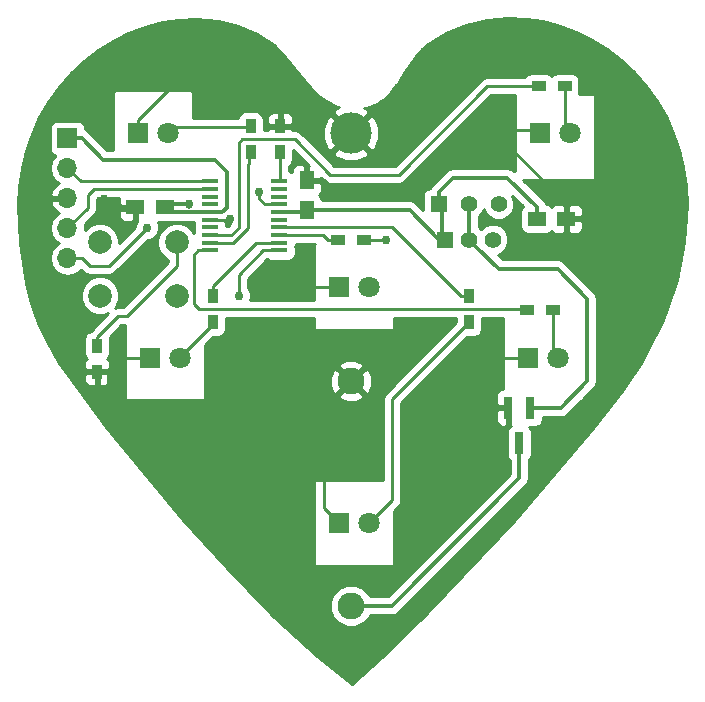
<source format=gbl>
G04 #@! TF.FileFunction,Copper,L2,Bot,Signal*
%FSLAX46Y46*%
G04 Gerber Fmt 4.6, Leading zero omitted, Abs format (unit mm)*
G04 Created by KiCad (PCBNEW 4.0.7-e2-6376~58~ubuntu16.04.1) date Sat Mar 24 16:20:03 2018*
%MOMM*%
%LPD*%
G01*
G04 APERTURE LIST*
%ADD10C,0.100000*%
%ADD11R,1.500000X1.250000*%
%ADD12R,1.250000X1.500000*%
%ADD13R,0.900000X1.200000*%
%ADD14R,1.200000X0.900000*%
%ADD15R,1.450000X0.450000*%
%ADD16C,2.286000*%
%ADD17R,1.800000X1.800000*%
%ADD18C,1.800000*%
%ADD19R,1.397000X1.397000*%
%ADD20C,1.397000*%
%ADD21C,2.000000*%
%ADD22R,0.800000X1.900000*%
%ADD23R,1.700000X1.700000*%
%ADD24O,1.700000X1.700000*%
%ADD25C,3.500000*%
%ADD26C,0.762000*%
%ADD27C,0.254000*%
%ADD28C,0.350000*%
G04 APERTURE END LIST*
D10*
D11*
X145750000Y-103250000D03*
X148250000Y-103250000D03*
X114250000Y-102250000D03*
X111750000Y-102250000D03*
D12*
X126250000Y-100000000D03*
X126250000Y-102500000D03*
D13*
X140000000Y-112000000D03*
X140000000Y-109800000D03*
D14*
X131100000Y-105000000D03*
X128900000Y-105000000D03*
D13*
X118300000Y-112000000D03*
X118300000Y-109800000D03*
D14*
X147100000Y-111000000D03*
X144900000Y-111000000D03*
D13*
X121500000Y-95400000D03*
X121500000Y-97600000D03*
D14*
X148100000Y-92000000D03*
X145900000Y-92000000D03*
D15*
X123950000Y-100075000D03*
X123950000Y-100725000D03*
X123950000Y-101375000D03*
X123950000Y-102025000D03*
X123950000Y-102675000D03*
X123950000Y-103325000D03*
X123950000Y-103975000D03*
X123950000Y-104625000D03*
X123950000Y-105275000D03*
X123950000Y-105925000D03*
X118050000Y-105925000D03*
X118050000Y-105275000D03*
X118050000Y-104625000D03*
X118050000Y-103975000D03*
X118050000Y-103325000D03*
X118050000Y-102675000D03*
X118050000Y-102025000D03*
X118050000Y-101375000D03*
X118050000Y-100725000D03*
X118050000Y-100075000D03*
D16*
X130000000Y-117000000D03*
X130000000Y-136000000D03*
D17*
X129000000Y-129000000D03*
D18*
X131540000Y-129000000D03*
D17*
X129000000Y-109000000D03*
D18*
X131540000Y-109000000D03*
D17*
X113000000Y-115000000D03*
D18*
X115540000Y-115000000D03*
D17*
X145000000Y-115000000D03*
D18*
X147540000Y-115000000D03*
D17*
X112000000Y-96000000D03*
D18*
X114540000Y-96000000D03*
D17*
X146000000Y-96000000D03*
D18*
X148540000Y-96000000D03*
D13*
X108500000Y-116200000D03*
X108500000Y-114000000D03*
D19*
X138000000Y-105000000D03*
D20*
X140000000Y-105000000D03*
X142000000Y-105000000D03*
D19*
X137420000Y-102000000D03*
D20*
X139960000Y-102000000D03*
X142500000Y-102000000D03*
D21*
X108750000Y-105250000D03*
X108750000Y-109750000D03*
X115250000Y-105250000D03*
X115250000Y-109750000D03*
D22*
X143300000Y-119250000D03*
X145200000Y-119250000D03*
X144250000Y-122250000D03*
D23*
X106000000Y-96420000D03*
D24*
X106000000Y-98960000D03*
X106000000Y-101500000D03*
X106000000Y-104040000D03*
X106000000Y-106580000D03*
D25*
X130000000Y-96000000D03*
D13*
X124000000Y-97600000D03*
X124000000Y-95400000D03*
D26*
X109066210Y-101588527D03*
X125000000Y-108000000D03*
X119750000Y-103250000D03*
X135000000Y-101000000D03*
X137000000Y-117000000D03*
X112750000Y-104000000D03*
X122250000Y-101000000D03*
X133000000Y-105000000D03*
X116250000Y-102000000D03*
X120500000Y-109750000D03*
D27*
X141050000Y-119250000D02*
X143300000Y-119250000D01*
X145096000Y-95750000D02*
X142550000Y-95750000D01*
X142550000Y-95750000D02*
X142500000Y-95800000D01*
X142500000Y-95800000D02*
X142500000Y-96250000D01*
X142500000Y-96250000D02*
X148250000Y-102000000D01*
X148250000Y-102000000D02*
X148250000Y-103250000D01*
X130000000Y-117000000D02*
X127750000Y-119250000D01*
X127750000Y-119250000D02*
X127750000Y-127750000D01*
X127750000Y-127750000D02*
X129000000Y-129000000D01*
X108500000Y-116200000D02*
X107700000Y-116200000D01*
X107700000Y-116200000D02*
X105750000Y-114250000D01*
X105750000Y-114250000D02*
X105750000Y-111500000D01*
X103460000Y-101540000D02*
X105960000Y-101540000D01*
X105750000Y-111500000D02*
X103000000Y-108750000D01*
X103000000Y-108750000D02*
X103000000Y-102000000D01*
X103000000Y-102000000D02*
X103460000Y-101540000D01*
X105960000Y-101540000D02*
X106000000Y-101500000D01*
X109447209Y-101969526D02*
X109066210Y-101588527D01*
X112250000Y-102500000D02*
X109977683Y-102500000D01*
X109977683Y-102500000D02*
X109447209Y-101969526D01*
X130000000Y-117000000D02*
X127700000Y-119300000D01*
X127700000Y-119300000D02*
X110800000Y-119300000D01*
X110800000Y-119300000D02*
X109400000Y-117900000D01*
X109400000Y-117900000D02*
X109400000Y-116200000D01*
X113000000Y-115000000D02*
X110600000Y-115000000D01*
X110600000Y-115000000D02*
X109400000Y-116200000D01*
X109400000Y-116200000D02*
X108500000Y-116200000D01*
X129000000Y-109000000D02*
X126000000Y-109000000D01*
X126000000Y-109000000D02*
X125000000Y-108000000D01*
X124000000Y-95150000D02*
X124000000Y-94000000D01*
X124000000Y-94000000D02*
X124500000Y-93500000D01*
X124500000Y-93500000D02*
X127500000Y-93500000D01*
X127500000Y-93500000D02*
X130000000Y-96000000D01*
X124000000Y-95150000D02*
X124000000Y-93500000D01*
X114846000Y-92000000D02*
X112000000Y-94846000D01*
X124000000Y-93500000D02*
X122500000Y-92000000D01*
X122500000Y-92000000D02*
X114846000Y-92000000D01*
X112000000Y-94846000D02*
X112000000Y-96000000D01*
X145096000Y-95750000D02*
X146250000Y-95750000D01*
X141050000Y-119250000D02*
X139250000Y-119250000D01*
X139250000Y-119250000D02*
X137000000Y-117000000D01*
X118050000Y-103325000D02*
X119675000Y-103325000D01*
X119675000Y-103325000D02*
X119750000Y-103250000D01*
X126250000Y-100000000D02*
X127750000Y-100000000D01*
X127750000Y-100000000D02*
X128750000Y-101000000D01*
X128750000Y-101000000D02*
X135000000Y-101000000D01*
X140250000Y-95750000D02*
X135000000Y-101000000D01*
X145096000Y-95750000D02*
X145096000Y-95750000D01*
X145096000Y-95750000D02*
X140250000Y-95750000D01*
X137000000Y-117000000D02*
X139000000Y-115000000D01*
X139000000Y-115000000D02*
X145000000Y-115000000D01*
X140000000Y-112000000D02*
X133500000Y-118500000D01*
X133500000Y-118500000D02*
X133500000Y-127040000D01*
X133500000Y-127040000D02*
X131540000Y-129000000D01*
X106000000Y-106580000D02*
X107202081Y-106580000D01*
X107202081Y-106580000D02*
X107872081Y-107250000D01*
X107872081Y-107250000D02*
X109500000Y-107250000D01*
X109500000Y-107250000D02*
X112369001Y-104380999D01*
X112369001Y-104380999D02*
X112750000Y-104000000D01*
X122250000Y-101000000D02*
X122250000Y-101538815D01*
X122250000Y-101538815D02*
X122736185Y-102025000D01*
X122736185Y-102025000D02*
X122971000Y-102025000D01*
X122971000Y-102025000D02*
X123950000Y-102025000D01*
X123925000Y-102000000D02*
X123950000Y-102025000D01*
X118050000Y-100725000D02*
X108275000Y-100725000D01*
X108275000Y-100725000D02*
X107750000Y-101250000D01*
X107750000Y-102290000D02*
X106000000Y-104040000D01*
X107750000Y-101250000D02*
X107750000Y-102290000D01*
X118050000Y-100075000D02*
X107115000Y-100075000D01*
X107115000Y-100075000D02*
X106000000Y-98960000D01*
X124000000Y-97850000D02*
X124000000Y-100025000D01*
X124000000Y-100025000D02*
X123950000Y-100075000D01*
X140000000Y-109800000D02*
X139296000Y-109800000D01*
X139296000Y-109800000D02*
X133471000Y-103975000D01*
X133471000Y-103975000D02*
X123950000Y-103975000D01*
X128900000Y-105000000D02*
X128046000Y-105000000D01*
X128046000Y-105000000D02*
X127671000Y-104625000D01*
X127671000Y-104625000D02*
X124929000Y-104625000D01*
X124929000Y-104625000D02*
X123950000Y-104625000D01*
X118300000Y-109800000D02*
X118300000Y-108946000D01*
X118300000Y-108946000D02*
X121971000Y-105275000D01*
X121971000Y-105275000D02*
X122971000Y-105275000D01*
X122971000Y-105275000D02*
X123950000Y-105275000D01*
X144900000Y-111000000D02*
X144800000Y-110900000D01*
X144800000Y-110900000D02*
X117100000Y-110900000D01*
X117100000Y-110900000D02*
X116700000Y-110500000D01*
X116700000Y-106300000D02*
X117075000Y-105925000D01*
X116700000Y-110500000D02*
X116700000Y-106300000D01*
X117075000Y-105925000D02*
X118050000Y-105925000D01*
X121400000Y-97700000D02*
X121400000Y-98554000D01*
X121400000Y-98554000D02*
X121250000Y-98704000D01*
X121250000Y-98704000D02*
X121250000Y-104000000D01*
X121250000Y-104000000D02*
X119975000Y-105275000D01*
X119975000Y-105275000D02*
X119029000Y-105275000D01*
X119029000Y-105275000D02*
X118050000Y-105275000D01*
X145900000Y-92000000D02*
X141546000Y-92000000D01*
X141546000Y-92000000D02*
X134046000Y-99500000D01*
X134046000Y-99500000D02*
X128250000Y-99500000D01*
X128250000Y-99500000D02*
X125250000Y-96500000D01*
X120800000Y-96500000D02*
X120500000Y-96800000D01*
X120500000Y-96800000D02*
X120500000Y-104000000D01*
X125250000Y-96500000D02*
X120800000Y-96500000D01*
X120500000Y-104000000D02*
X119875000Y-104625000D01*
X119875000Y-104625000D02*
X119029000Y-104625000D01*
X119029000Y-104625000D02*
X118050000Y-104625000D01*
X133000000Y-105000000D02*
X131100000Y-105000000D01*
X118300000Y-112000000D02*
X118300000Y-112150000D01*
X118300000Y-112150000D02*
X115540000Y-114910000D01*
X115540000Y-114910000D02*
X115540000Y-115000000D01*
X147100000Y-111000000D02*
X147100000Y-114560000D01*
X147100000Y-114560000D02*
X147540000Y-115000000D01*
X121400000Y-95500000D02*
X115040000Y-95500000D01*
X115040000Y-95500000D02*
X114540000Y-96000000D01*
X121400000Y-95350000D02*
X121400000Y-95500000D01*
X148100000Y-92000000D02*
X148100000Y-95560000D01*
X148100000Y-95560000D02*
X148540000Y-96000000D01*
D28*
X130000000Y-136000000D02*
X133475000Y-136000000D01*
X133475000Y-136000000D02*
X144250000Y-125225000D01*
X144250000Y-125225000D02*
X144250000Y-122250000D01*
X138000000Y-105000000D02*
X137750000Y-104750000D01*
X137750000Y-104750000D02*
X137750000Y-102330000D01*
X137750000Y-102330000D02*
X137420000Y-102000000D01*
X137420000Y-102000000D02*
X137420000Y-100951500D01*
X137420000Y-100951500D02*
X138621500Y-99750000D01*
X138621500Y-99750000D02*
X143250000Y-99750000D01*
X143250000Y-99750000D02*
X145750000Y-102250000D01*
X145750000Y-102250000D02*
X145750000Y-103250000D01*
X118050000Y-102675000D02*
X119125000Y-102675000D01*
X119125000Y-102675000D02*
X119500000Y-102300000D01*
X119500000Y-102300000D02*
X119500000Y-99250000D01*
X107200000Y-96420000D02*
X106000000Y-96420000D01*
X119500000Y-99250000D02*
X118500000Y-98250000D01*
X118500000Y-98250000D02*
X109030000Y-98250000D01*
X109030000Y-98250000D02*
X107200000Y-96420000D01*
X115000000Y-102000000D02*
X115711185Y-102000000D01*
X115711185Y-102000000D02*
X116250000Y-102000000D01*
X114750000Y-102250000D02*
X115000000Y-102000000D01*
X116250000Y-102250000D02*
X116250000Y-102000000D01*
X137460000Y-105000000D02*
X134960000Y-102500000D01*
X134750000Y-102500000D02*
X126250000Y-102500000D01*
X134960000Y-102500000D02*
X134750000Y-102500000D01*
X123950000Y-102675000D02*
X126075000Y-102675000D01*
X126075000Y-102675000D02*
X126250000Y-102500000D01*
X114750000Y-102500000D02*
X114925000Y-102675000D01*
X114925000Y-102675000D02*
X118050000Y-102675000D01*
X126400000Y-102250000D02*
X125975000Y-102675000D01*
D27*
X115250000Y-105250000D02*
X115250000Y-107250000D01*
X111000000Y-111500000D02*
X110250000Y-111500000D01*
X115250000Y-107250000D02*
X111000000Y-111500000D01*
X110250000Y-111500000D02*
X108500000Y-113250000D01*
X108500000Y-113250000D02*
X108500000Y-114000000D01*
X123950000Y-105925000D02*
X122575000Y-105925000D01*
X122575000Y-105925000D02*
X120500000Y-108000000D01*
X120500000Y-108000000D02*
X120500000Y-109750000D01*
D28*
X145200000Y-119250000D02*
X147750000Y-119250000D01*
X140000000Y-105000000D02*
X140000000Y-102040000D01*
X140000000Y-102040000D02*
X139960000Y-102000000D01*
X150000000Y-110000000D02*
X147500000Y-107500000D01*
X147750000Y-119250000D02*
X150000000Y-117000000D01*
X150000000Y-117000000D02*
X150000000Y-110000000D01*
X147500000Y-107500000D02*
X142500000Y-107500000D01*
X142500000Y-107500000D02*
X140698499Y-105698499D01*
X140698499Y-105698499D02*
X140000000Y-105000000D01*
D27*
G36*
X144814349Y-86311239D02*
X146278791Y-86538916D01*
X147708443Y-86913246D01*
X149093566Y-87430091D01*
X150424317Y-88085318D01*
X151690805Y-88874801D01*
X152883152Y-89794447D01*
X153991534Y-90840266D01*
X154995872Y-91995647D01*
X155879977Y-93239871D01*
X156639696Y-94562769D01*
X157270774Y-95954011D01*
X157768942Y-97403189D01*
X158129964Y-98899864D01*
X158349633Y-100433572D01*
X158423606Y-101990260D01*
X158235914Y-105192327D01*
X157603683Y-108452597D01*
X156418121Y-111850825D01*
X154565493Y-115462560D01*
X152962196Y-117808079D01*
X150480564Y-120989777D01*
X143772851Y-128807755D01*
X136233284Y-136823917D01*
X132710820Y-140258807D01*
X130054607Y-142611745D01*
X127086799Y-140284931D01*
X123383817Y-136846750D01*
X119557881Y-132902812D01*
X115805745Y-128737885D01*
X109267714Y-120845709D01*
X106075833Y-116485750D01*
X107415000Y-116485750D01*
X107415000Y-116926309D01*
X107511673Y-117159698D01*
X107690301Y-117338327D01*
X107923690Y-117435000D01*
X108214250Y-117435000D01*
X108373000Y-117276250D01*
X108373000Y-116327000D01*
X108627000Y-116327000D01*
X108627000Y-117276250D01*
X108785750Y-117435000D01*
X109076310Y-117435000D01*
X109309699Y-117338327D01*
X109488327Y-117159698D01*
X109585000Y-116926309D01*
X109585000Y-116485750D01*
X109426250Y-116327000D01*
X108627000Y-116327000D01*
X108373000Y-116327000D01*
X107573750Y-116327000D01*
X107415000Y-116485750D01*
X106075833Y-116485750D01*
X105296926Y-115421800D01*
X104324528Y-113727738D01*
X103544786Y-112032679D01*
X102940044Y-110344399D01*
X102492619Y-108675361D01*
X101972833Y-105334467D01*
X101835527Y-102077646D01*
X101909765Y-100515326D01*
X102129432Y-98981620D01*
X102134647Y-98960000D01*
X104485907Y-98960000D01*
X104598946Y-99528285D01*
X104920853Y-100010054D01*
X105261553Y-100237702D01*
X105118642Y-100304817D01*
X104728355Y-100733076D01*
X104558524Y-101143110D01*
X104679845Y-101373000D01*
X105873000Y-101373000D01*
X105873000Y-101353000D01*
X106127000Y-101353000D01*
X106127000Y-101373000D01*
X106147000Y-101373000D01*
X106147000Y-101627000D01*
X106127000Y-101627000D01*
X106127000Y-101647000D01*
X105873000Y-101647000D01*
X105873000Y-101627000D01*
X104679845Y-101627000D01*
X104558524Y-101856890D01*
X104728355Y-102266924D01*
X105118642Y-102695183D01*
X105261553Y-102762298D01*
X104920853Y-102989946D01*
X104598946Y-103471715D01*
X104485907Y-104040000D01*
X104598946Y-104608285D01*
X104920853Y-105090054D01*
X105250026Y-105310000D01*
X104920853Y-105529946D01*
X104598946Y-106011715D01*
X104485907Y-106580000D01*
X104598946Y-107148285D01*
X104920853Y-107630054D01*
X105402622Y-107951961D01*
X105970907Y-108065000D01*
X106029093Y-108065000D01*
X106597378Y-107951961D01*
X107079147Y-107630054D01*
X107117342Y-107572891D01*
X107333266Y-107788815D01*
X107580476Y-107953996D01*
X107872081Y-108012000D01*
X109500000Y-108012000D01*
X109791605Y-107953996D01*
X110038815Y-107788815D01*
X112811576Y-105016054D01*
X112951208Y-105016176D01*
X113324766Y-104861825D01*
X113610821Y-104576269D01*
X113765824Y-104202982D01*
X113766176Y-103798792D01*
X113651990Y-103522440D01*
X115000000Y-103522440D01*
X115198976Y-103485000D01*
X116737527Y-103485000D01*
X116728569Y-103498110D01*
X116713442Y-103572808D01*
X116690000Y-103596250D01*
X116690000Y-103676310D01*
X116691667Y-103680335D01*
X116677560Y-103750000D01*
X116677560Y-104200000D01*
X116697067Y-104303671D01*
X116677560Y-104400000D01*
X116677560Y-104423476D01*
X116636894Y-104325057D01*
X116177363Y-103864722D01*
X115576648Y-103615284D01*
X114926205Y-103614716D01*
X114325057Y-103863106D01*
X113864722Y-104322637D01*
X113615284Y-104923352D01*
X113614716Y-105573795D01*
X113863106Y-106174943D01*
X114322637Y-106635278D01*
X114488000Y-106703943D01*
X114488000Y-106934369D01*
X110684370Y-110738000D01*
X110250000Y-110738000D01*
X110030871Y-110781588D01*
X110135278Y-110677363D01*
X110384716Y-110076648D01*
X110385284Y-109426205D01*
X110136894Y-108825057D01*
X109677363Y-108364722D01*
X109076648Y-108115284D01*
X108426205Y-108114716D01*
X107825057Y-108363106D01*
X107364722Y-108822637D01*
X107115284Y-109423352D01*
X107114716Y-110073795D01*
X107363106Y-110674943D01*
X107822637Y-111135278D01*
X108423352Y-111384716D01*
X109073795Y-111385284D01*
X109437271Y-111235098D01*
X107961185Y-112711185D01*
X107916791Y-112777625D01*
X107814683Y-112796838D01*
X107598559Y-112935910D01*
X107453569Y-113148110D01*
X107402560Y-113400000D01*
X107402560Y-114600000D01*
X107446838Y-114835317D01*
X107585910Y-115051441D01*
X107654006Y-115097969D01*
X107511673Y-115240302D01*
X107415000Y-115473691D01*
X107415000Y-115914250D01*
X107573750Y-116073000D01*
X108373000Y-116073000D01*
X108373000Y-116053000D01*
X108627000Y-116053000D01*
X108627000Y-116073000D01*
X109426250Y-116073000D01*
X109585000Y-115914250D01*
X109585000Y-115473691D01*
X109488327Y-115240302D01*
X109347090Y-115099064D01*
X109401441Y-115064090D01*
X109546431Y-114851890D01*
X109597440Y-114600000D01*
X109597440Y-113400000D01*
X109570548Y-113257082D01*
X110565631Y-112262000D01*
X110873000Y-112262000D01*
X110873000Y-118500000D01*
X110881685Y-118546159D01*
X110908965Y-118588553D01*
X110950590Y-118616994D01*
X111000000Y-118627000D01*
X117500000Y-118627000D01*
X117546159Y-118618315D01*
X117588553Y-118591035D01*
X117616994Y-118549410D01*
X117627000Y-118500000D01*
X117627000Y-118255963D01*
X128923642Y-118255963D01*
X129039806Y-118537658D01*
X129701333Y-118788062D01*
X130408329Y-118766249D01*
X130960194Y-118537658D01*
X131076358Y-118255963D01*
X130000000Y-117179605D01*
X128923642Y-118255963D01*
X117627000Y-118255963D01*
X117627000Y-116701333D01*
X128211938Y-116701333D01*
X128233751Y-117408329D01*
X128462342Y-117960194D01*
X128744037Y-118076358D01*
X129820395Y-117000000D01*
X130179605Y-117000000D01*
X131255963Y-118076358D01*
X131537658Y-117960194D01*
X131788062Y-117298667D01*
X131766249Y-116591671D01*
X131537658Y-116039806D01*
X131255963Y-115923642D01*
X130179605Y-117000000D01*
X129820395Y-117000000D01*
X128744037Y-115923642D01*
X128462342Y-116039806D01*
X128211938Y-116701333D01*
X117627000Y-116701333D01*
X117627000Y-115744037D01*
X128923642Y-115744037D01*
X130000000Y-116820395D01*
X131076358Y-115744037D01*
X130960194Y-115462342D01*
X130298667Y-115211938D01*
X129591671Y-115233751D01*
X129039806Y-115462342D01*
X128923642Y-115744037D01*
X117627000Y-115744037D01*
X117627000Y-113900631D01*
X118280191Y-113247440D01*
X118750000Y-113247440D01*
X118985317Y-113203162D01*
X119201441Y-113064090D01*
X119346431Y-112851890D01*
X119397440Y-112600000D01*
X119397440Y-111662000D01*
X126873000Y-111662000D01*
X126873000Y-112500000D01*
X126881685Y-112546159D01*
X126908965Y-112588553D01*
X126950590Y-112616994D01*
X127000000Y-112627000D01*
X133500000Y-112627000D01*
X133546159Y-112618315D01*
X133588553Y-112591035D01*
X133616994Y-112549410D01*
X133627000Y-112500000D01*
X133627000Y-111662000D01*
X138902560Y-111662000D01*
X138902560Y-112019810D01*
X132961185Y-117961185D01*
X132796004Y-118208395D01*
X132738000Y-118500000D01*
X132738000Y-125373000D01*
X127000000Y-125373000D01*
X126953841Y-125381685D01*
X126911447Y-125408965D01*
X126883006Y-125450590D01*
X126873000Y-125500000D01*
X126873000Y-132500000D01*
X126881685Y-132546159D01*
X126908965Y-132588553D01*
X126950590Y-132616994D01*
X127000000Y-132627000D01*
X133500000Y-132627000D01*
X133546159Y-132618315D01*
X133588553Y-132591035D01*
X133616994Y-132549410D01*
X133627000Y-132500000D01*
X133627000Y-127990631D01*
X134038816Y-127578815D01*
X134203997Y-127331604D01*
X134262000Y-127040000D01*
X134262000Y-119535750D01*
X142265000Y-119535750D01*
X142265000Y-120326309D01*
X142361673Y-120559698D01*
X142540301Y-120738327D01*
X142773690Y-120835000D01*
X143014250Y-120835000D01*
X143173000Y-120676250D01*
X143173000Y-119377000D01*
X142423750Y-119377000D01*
X142265000Y-119535750D01*
X134262000Y-119535750D01*
X134262000Y-118815630D01*
X139830190Y-113247440D01*
X140450000Y-113247440D01*
X140685317Y-113203162D01*
X140901441Y-113064090D01*
X141046431Y-112851890D01*
X141097440Y-112600000D01*
X141097440Y-111662000D01*
X142873000Y-111662000D01*
X142873000Y-117665000D01*
X142773690Y-117665000D01*
X142540301Y-117761673D01*
X142361673Y-117940302D01*
X142265000Y-118173691D01*
X142265000Y-118964250D01*
X142423750Y-119123000D01*
X143173000Y-119123000D01*
X143173000Y-119103000D01*
X143427000Y-119103000D01*
X143427000Y-119123000D01*
X143447000Y-119123000D01*
X143447000Y-119377000D01*
X143427000Y-119377000D01*
X143427000Y-120676250D01*
X143513012Y-120762262D01*
X143398559Y-120835910D01*
X143253569Y-121048110D01*
X143202560Y-121300000D01*
X143202560Y-123200000D01*
X143246838Y-123435317D01*
X143385910Y-123651441D01*
X143440000Y-123688399D01*
X143440000Y-124889487D01*
X133139488Y-135190000D01*
X131589113Y-135190000D01*
X131508194Y-134994160D01*
X131008471Y-134493564D01*
X130355218Y-134222309D01*
X129647886Y-134221692D01*
X128994160Y-134491806D01*
X128493564Y-134991529D01*
X128222309Y-135644782D01*
X128221692Y-136352114D01*
X128491806Y-137005840D01*
X128991529Y-137506436D01*
X129644782Y-137777691D01*
X130352114Y-137778308D01*
X131005840Y-137508194D01*
X131506436Y-137008471D01*
X131588849Y-136810000D01*
X133475000Y-136810000D01*
X133784974Y-136748342D01*
X134047756Y-136572756D01*
X144822756Y-125797757D01*
X144910549Y-125666365D01*
X144998342Y-125534974D01*
X145060000Y-125225000D01*
X145060000Y-123690757D01*
X145101441Y-123664090D01*
X145246431Y-123451890D01*
X145297440Y-123200000D01*
X145297440Y-121300000D01*
X145253162Y-121064683D01*
X145114090Y-120848559D01*
X145112452Y-120847440D01*
X145600000Y-120847440D01*
X145835317Y-120803162D01*
X146051441Y-120664090D01*
X146196431Y-120451890D01*
X146247440Y-120200000D01*
X146247440Y-120060000D01*
X147750000Y-120060000D01*
X148059974Y-119998342D01*
X148322756Y-119822756D01*
X149487061Y-118658452D01*
X149500000Y-118658452D01*
X149546159Y-118649767D01*
X149588553Y-118622487D01*
X149616994Y-118580862D01*
X149627000Y-118531452D01*
X149627000Y-118518513D01*
X150572757Y-117572756D01*
X150748343Y-117309973D01*
X150810000Y-117000000D01*
X150810000Y-110000000D01*
X150748342Y-109690026D01*
X150652787Y-109547018D01*
X150572757Y-109427244D01*
X148072756Y-106927244D01*
X148072755Y-106927243D01*
X147809974Y-106751658D01*
X147500000Y-106690000D01*
X142835513Y-106690000D01*
X142416336Y-106270823D01*
X142754380Y-106131146D01*
X143129827Y-105756353D01*
X143333268Y-105266413D01*
X143333731Y-104735914D01*
X143131146Y-104245620D01*
X142756353Y-103870173D01*
X142266413Y-103666732D01*
X141735914Y-103666269D01*
X141245620Y-103868854D01*
X140999900Y-104114145D01*
X140810000Y-103923914D01*
X140810000Y-103035693D01*
X141089827Y-102756353D01*
X141230094Y-102418554D01*
X141368854Y-102754380D01*
X141743647Y-103129827D01*
X142233587Y-103333268D01*
X142764086Y-103333731D01*
X143254380Y-103131146D01*
X143629827Y-102756353D01*
X143833268Y-102266413D01*
X143833731Y-101735914D01*
X143653001Y-101298514D01*
X144535098Y-102180611D01*
X144403569Y-102373110D01*
X144352560Y-102625000D01*
X144352560Y-103875000D01*
X144396838Y-104110317D01*
X144535910Y-104326441D01*
X144748110Y-104471431D01*
X145000000Y-104522440D01*
X146500000Y-104522440D01*
X146735317Y-104478162D01*
X146951441Y-104339090D01*
X146997969Y-104270994D01*
X147140302Y-104413327D01*
X147373691Y-104510000D01*
X147964250Y-104510000D01*
X148123000Y-104351250D01*
X148123000Y-103377000D01*
X148377000Y-103377000D01*
X148377000Y-104351250D01*
X148535750Y-104510000D01*
X149126309Y-104510000D01*
X149359698Y-104413327D01*
X149538327Y-104234699D01*
X149635000Y-104001310D01*
X149635000Y-103535750D01*
X149476250Y-103377000D01*
X148377000Y-103377000D01*
X148123000Y-103377000D01*
X148103000Y-103377000D01*
X148103000Y-103123000D01*
X148123000Y-103123000D01*
X148123000Y-102148750D01*
X148377000Y-102148750D01*
X148377000Y-103123000D01*
X149476250Y-103123000D01*
X149635000Y-102964250D01*
X149635000Y-102498690D01*
X149538327Y-102265301D01*
X149359698Y-102086673D01*
X149126309Y-101990000D01*
X148535750Y-101990000D01*
X148377000Y-102148750D01*
X148123000Y-102148750D01*
X147964250Y-101990000D01*
X147373691Y-101990000D01*
X147140302Y-102086673D01*
X146999064Y-102227910D01*
X146964090Y-102173559D01*
X146751890Y-102028569D01*
X146506052Y-101978786D01*
X146498342Y-101940026D01*
X146397306Y-101788815D01*
X146322757Y-101677244D01*
X144578808Y-99933296D01*
X150500000Y-99933296D01*
X150546159Y-99924611D01*
X150588553Y-99897331D01*
X150616994Y-99855706D01*
X150627000Y-99806296D01*
X150627000Y-92806296D01*
X150618315Y-92760137D01*
X150591035Y-92717743D01*
X150549410Y-92689302D01*
X150500000Y-92679296D01*
X149301006Y-92679296D01*
X149347440Y-92450000D01*
X149347440Y-91550000D01*
X149303162Y-91314683D01*
X149164090Y-91098559D01*
X148951890Y-90953569D01*
X148700000Y-90902560D01*
X147500000Y-90902560D01*
X147264683Y-90946838D01*
X147048559Y-91085910D01*
X147000866Y-91155711D01*
X146964090Y-91098559D01*
X146751890Y-90953569D01*
X146500000Y-90902560D01*
X145300000Y-90902560D01*
X145064683Y-90946838D01*
X144848559Y-91085910D01*
X144744640Y-91238000D01*
X141546000Y-91238000D01*
X141254395Y-91296004D01*
X141187244Y-91340873D01*
X141007185Y-91461184D01*
X133730370Y-98738000D01*
X128565631Y-98738000D01*
X127522159Y-97694528D01*
X128485077Y-97694528D01*
X128675364Y-98039271D01*
X129556591Y-98390956D01*
X130505323Y-98378641D01*
X131324636Y-98039271D01*
X131514923Y-97694528D01*
X130000000Y-96179605D01*
X128485077Y-97694528D01*
X127522159Y-97694528D01*
X125788815Y-95961185D01*
X125624817Y-95851605D01*
X125541605Y-95796004D01*
X125250000Y-95738000D01*
X125085000Y-95738000D01*
X125085000Y-95685750D01*
X124955841Y-95556591D01*
X127609044Y-95556591D01*
X127621359Y-96505323D01*
X127960729Y-97324636D01*
X128305472Y-97514923D01*
X129820395Y-96000000D01*
X130179605Y-96000000D01*
X131694528Y-97514923D01*
X132039271Y-97324636D01*
X132390956Y-96443409D01*
X132378641Y-95494677D01*
X132039271Y-94675364D01*
X131694528Y-94485077D01*
X130179605Y-96000000D01*
X129820395Y-96000000D01*
X128305472Y-94485077D01*
X127960729Y-94675364D01*
X127609044Y-95556591D01*
X124955841Y-95556591D01*
X124926250Y-95527000D01*
X124127000Y-95527000D01*
X124127000Y-95547000D01*
X123873000Y-95547000D01*
X123873000Y-95527000D01*
X123073750Y-95527000D01*
X122915000Y-95685750D01*
X122915000Y-95738000D01*
X122597440Y-95738000D01*
X122597440Y-94800000D01*
X122573674Y-94673691D01*
X122915000Y-94673691D01*
X122915000Y-95114250D01*
X123073750Y-95273000D01*
X123873000Y-95273000D01*
X123873000Y-94323750D01*
X124127000Y-94323750D01*
X124127000Y-95273000D01*
X124926250Y-95273000D01*
X125085000Y-95114250D01*
X125085000Y-94673691D01*
X124988327Y-94440302D01*
X124809699Y-94261673D01*
X124576310Y-94165000D01*
X124285750Y-94165000D01*
X124127000Y-94323750D01*
X123873000Y-94323750D01*
X123714250Y-94165000D01*
X123423690Y-94165000D01*
X123190301Y-94261673D01*
X123011673Y-94440302D01*
X122915000Y-94673691D01*
X122573674Y-94673691D01*
X122553162Y-94564683D01*
X122414090Y-94348559D01*
X122201890Y-94203569D01*
X121950000Y-94152560D01*
X121050000Y-94152560D01*
X120814683Y-94196838D01*
X120598559Y-94335910D01*
X120453569Y-94548110D01*
X120415115Y-94738000D01*
X116627000Y-94738000D01*
X116627000Y-92500000D01*
X116618315Y-92453841D01*
X116591035Y-92411447D01*
X116549410Y-92383006D01*
X116500000Y-92373000D01*
X110000000Y-92373000D01*
X109953841Y-92381685D01*
X109911447Y-92408965D01*
X109883006Y-92450590D01*
X109873000Y-92500000D01*
X109873000Y-97440000D01*
X109365513Y-97440000D01*
X107772756Y-95847244D01*
X107696070Y-95796004D01*
X107509974Y-95671658D01*
X107497440Y-95669165D01*
X107497440Y-95570000D01*
X107453162Y-95334683D01*
X107314090Y-95118559D01*
X107101890Y-94973569D01*
X106850000Y-94922560D01*
X105150000Y-94922560D01*
X104914683Y-94966838D01*
X104698559Y-95105910D01*
X104553569Y-95318110D01*
X104502560Y-95570000D01*
X104502560Y-97270000D01*
X104546838Y-97505317D01*
X104685910Y-97721441D01*
X104898110Y-97866431D01*
X104965541Y-97880086D01*
X104920853Y-97909946D01*
X104598946Y-98391715D01*
X104485907Y-98960000D01*
X102134647Y-98960000D01*
X102490455Y-97484945D01*
X102988631Y-96035756D01*
X103619717Y-94644504D01*
X104379442Y-93321609D01*
X105263542Y-92077397D01*
X106267898Y-90922004D01*
X107376292Y-89876176D01*
X108568631Y-88956536D01*
X109835124Y-88167053D01*
X111165870Y-87511831D01*
X112551006Y-86994985D01*
X113980662Y-86620660D01*
X115445098Y-86392991D01*
X116923354Y-86316744D01*
X118757090Y-86472848D01*
X120472977Y-86916553D01*
X122073854Y-87621862D01*
X123517583Y-88542807D01*
X124456488Y-89543827D01*
X125639017Y-90969632D01*
X126381561Y-91935980D01*
X126404773Y-91956308D01*
X126420846Y-91982648D01*
X127247675Y-92880469D01*
X127339648Y-92947554D01*
X127427504Y-93019935D01*
X128785098Y-93748895D01*
X128909291Y-93786826D01*
X129014487Y-93820260D01*
X128675364Y-93960729D01*
X128485077Y-94305472D01*
X130000000Y-95820395D01*
X131514923Y-94305472D01*
X131324636Y-93960729D01*
X131108023Y-93874282D01*
X131288935Y-93861293D01*
X131392471Y-93832859D01*
X131497911Y-93812595D01*
X132200115Y-93527048D01*
X132259862Y-93487684D01*
X132325815Y-93459934D01*
X132995512Y-93007040D01*
X133075113Y-92926547D01*
X133159453Y-92851046D01*
X133851734Y-91929526D01*
X133865794Y-91900265D01*
X133887849Y-91876443D01*
X134487357Y-90899788D01*
X135479890Y-89498042D01*
X135985717Y-88891899D01*
X136553923Y-88407674D01*
X138084994Y-87512278D01*
X139736126Y-86826004D01*
X141483922Y-86390002D01*
X143335788Y-86234967D01*
X144814349Y-86311239D01*
X144814349Y-86311239D01*
G37*
X144814349Y-86311239D02*
X146278791Y-86538916D01*
X147708443Y-86913246D01*
X149093566Y-87430091D01*
X150424317Y-88085318D01*
X151690805Y-88874801D01*
X152883152Y-89794447D01*
X153991534Y-90840266D01*
X154995872Y-91995647D01*
X155879977Y-93239871D01*
X156639696Y-94562769D01*
X157270774Y-95954011D01*
X157768942Y-97403189D01*
X158129964Y-98899864D01*
X158349633Y-100433572D01*
X158423606Y-101990260D01*
X158235914Y-105192327D01*
X157603683Y-108452597D01*
X156418121Y-111850825D01*
X154565493Y-115462560D01*
X152962196Y-117808079D01*
X150480564Y-120989777D01*
X143772851Y-128807755D01*
X136233284Y-136823917D01*
X132710820Y-140258807D01*
X130054607Y-142611745D01*
X127086799Y-140284931D01*
X123383817Y-136846750D01*
X119557881Y-132902812D01*
X115805745Y-128737885D01*
X109267714Y-120845709D01*
X106075833Y-116485750D01*
X107415000Y-116485750D01*
X107415000Y-116926309D01*
X107511673Y-117159698D01*
X107690301Y-117338327D01*
X107923690Y-117435000D01*
X108214250Y-117435000D01*
X108373000Y-117276250D01*
X108373000Y-116327000D01*
X108627000Y-116327000D01*
X108627000Y-117276250D01*
X108785750Y-117435000D01*
X109076310Y-117435000D01*
X109309699Y-117338327D01*
X109488327Y-117159698D01*
X109585000Y-116926309D01*
X109585000Y-116485750D01*
X109426250Y-116327000D01*
X108627000Y-116327000D01*
X108373000Y-116327000D01*
X107573750Y-116327000D01*
X107415000Y-116485750D01*
X106075833Y-116485750D01*
X105296926Y-115421800D01*
X104324528Y-113727738D01*
X103544786Y-112032679D01*
X102940044Y-110344399D01*
X102492619Y-108675361D01*
X101972833Y-105334467D01*
X101835527Y-102077646D01*
X101909765Y-100515326D01*
X102129432Y-98981620D01*
X102134647Y-98960000D01*
X104485907Y-98960000D01*
X104598946Y-99528285D01*
X104920853Y-100010054D01*
X105261553Y-100237702D01*
X105118642Y-100304817D01*
X104728355Y-100733076D01*
X104558524Y-101143110D01*
X104679845Y-101373000D01*
X105873000Y-101373000D01*
X105873000Y-101353000D01*
X106127000Y-101353000D01*
X106127000Y-101373000D01*
X106147000Y-101373000D01*
X106147000Y-101627000D01*
X106127000Y-101627000D01*
X106127000Y-101647000D01*
X105873000Y-101647000D01*
X105873000Y-101627000D01*
X104679845Y-101627000D01*
X104558524Y-101856890D01*
X104728355Y-102266924D01*
X105118642Y-102695183D01*
X105261553Y-102762298D01*
X104920853Y-102989946D01*
X104598946Y-103471715D01*
X104485907Y-104040000D01*
X104598946Y-104608285D01*
X104920853Y-105090054D01*
X105250026Y-105310000D01*
X104920853Y-105529946D01*
X104598946Y-106011715D01*
X104485907Y-106580000D01*
X104598946Y-107148285D01*
X104920853Y-107630054D01*
X105402622Y-107951961D01*
X105970907Y-108065000D01*
X106029093Y-108065000D01*
X106597378Y-107951961D01*
X107079147Y-107630054D01*
X107117342Y-107572891D01*
X107333266Y-107788815D01*
X107580476Y-107953996D01*
X107872081Y-108012000D01*
X109500000Y-108012000D01*
X109791605Y-107953996D01*
X110038815Y-107788815D01*
X112811576Y-105016054D01*
X112951208Y-105016176D01*
X113324766Y-104861825D01*
X113610821Y-104576269D01*
X113765824Y-104202982D01*
X113766176Y-103798792D01*
X113651990Y-103522440D01*
X115000000Y-103522440D01*
X115198976Y-103485000D01*
X116737527Y-103485000D01*
X116728569Y-103498110D01*
X116713442Y-103572808D01*
X116690000Y-103596250D01*
X116690000Y-103676310D01*
X116691667Y-103680335D01*
X116677560Y-103750000D01*
X116677560Y-104200000D01*
X116697067Y-104303671D01*
X116677560Y-104400000D01*
X116677560Y-104423476D01*
X116636894Y-104325057D01*
X116177363Y-103864722D01*
X115576648Y-103615284D01*
X114926205Y-103614716D01*
X114325057Y-103863106D01*
X113864722Y-104322637D01*
X113615284Y-104923352D01*
X113614716Y-105573795D01*
X113863106Y-106174943D01*
X114322637Y-106635278D01*
X114488000Y-106703943D01*
X114488000Y-106934369D01*
X110684370Y-110738000D01*
X110250000Y-110738000D01*
X110030871Y-110781588D01*
X110135278Y-110677363D01*
X110384716Y-110076648D01*
X110385284Y-109426205D01*
X110136894Y-108825057D01*
X109677363Y-108364722D01*
X109076648Y-108115284D01*
X108426205Y-108114716D01*
X107825057Y-108363106D01*
X107364722Y-108822637D01*
X107115284Y-109423352D01*
X107114716Y-110073795D01*
X107363106Y-110674943D01*
X107822637Y-111135278D01*
X108423352Y-111384716D01*
X109073795Y-111385284D01*
X109437271Y-111235098D01*
X107961185Y-112711185D01*
X107916791Y-112777625D01*
X107814683Y-112796838D01*
X107598559Y-112935910D01*
X107453569Y-113148110D01*
X107402560Y-113400000D01*
X107402560Y-114600000D01*
X107446838Y-114835317D01*
X107585910Y-115051441D01*
X107654006Y-115097969D01*
X107511673Y-115240302D01*
X107415000Y-115473691D01*
X107415000Y-115914250D01*
X107573750Y-116073000D01*
X108373000Y-116073000D01*
X108373000Y-116053000D01*
X108627000Y-116053000D01*
X108627000Y-116073000D01*
X109426250Y-116073000D01*
X109585000Y-115914250D01*
X109585000Y-115473691D01*
X109488327Y-115240302D01*
X109347090Y-115099064D01*
X109401441Y-115064090D01*
X109546431Y-114851890D01*
X109597440Y-114600000D01*
X109597440Y-113400000D01*
X109570548Y-113257082D01*
X110565631Y-112262000D01*
X110873000Y-112262000D01*
X110873000Y-118500000D01*
X110881685Y-118546159D01*
X110908965Y-118588553D01*
X110950590Y-118616994D01*
X111000000Y-118627000D01*
X117500000Y-118627000D01*
X117546159Y-118618315D01*
X117588553Y-118591035D01*
X117616994Y-118549410D01*
X117627000Y-118500000D01*
X117627000Y-118255963D01*
X128923642Y-118255963D01*
X129039806Y-118537658D01*
X129701333Y-118788062D01*
X130408329Y-118766249D01*
X130960194Y-118537658D01*
X131076358Y-118255963D01*
X130000000Y-117179605D01*
X128923642Y-118255963D01*
X117627000Y-118255963D01*
X117627000Y-116701333D01*
X128211938Y-116701333D01*
X128233751Y-117408329D01*
X128462342Y-117960194D01*
X128744037Y-118076358D01*
X129820395Y-117000000D01*
X130179605Y-117000000D01*
X131255963Y-118076358D01*
X131537658Y-117960194D01*
X131788062Y-117298667D01*
X131766249Y-116591671D01*
X131537658Y-116039806D01*
X131255963Y-115923642D01*
X130179605Y-117000000D01*
X129820395Y-117000000D01*
X128744037Y-115923642D01*
X128462342Y-116039806D01*
X128211938Y-116701333D01*
X117627000Y-116701333D01*
X117627000Y-115744037D01*
X128923642Y-115744037D01*
X130000000Y-116820395D01*
X131076358Y-115744037D01*
X130960194Y-115462342D01*
X130298667Y-115211938D01*
X129591671Y-115233751D01*
X129039806Y-115462342D01*
X128923642Y-115744037D01*
X117627000Y-115744037D01*
X117627000Y-113900631D01*
X118280191Y-113247440D01*
X118750000Y-113247440D01*
X118985317Y-113203162D01*
X119201441Y-113064090D01*
X119346431Y-112851890D01*
X119397440Y-112600000D01*
X119397440Y-111662000D01*
X126873000Y-111662000D01*
X126873000Y-112500000D01*
X126881685Y-112546159D01*
X126908965Y-112588553D01*
X126950590Y-112616994D01*
X127000000Y-112627000D01*
X133500000Y-112627000D01*
X133546159Y-112618315D01*
X133588553Y-112591035D01*
X133616994Y-112549410D01*
X133627000Y-112500000D01*
X133627000Y-111662000D01*
X138902560Y-111662000D01*
X138902560Y-112019810D01*
X132961185Y-117961185D01*
X132796004Y-118208395D01*
X132738000Y-118500000D01*
X132738000Y-125373000D01*
X127000000Y-125373000D01*
X126953841Y-125381685D01*
X126911447Y-125408965D01*
X126883006Y-125450590D01*
X126873000Y-125500000D01*
X126873000Y-132500000D01*
X126881685Y-132546159D01*
X126908965Y-132588553D01*
X126950590Y-132616994D01*
X127000000Y-132627000D01*
X133500000Y-132627000D01*
X133546159Y-132618315D01*
X133588553Y-132591035D01*
X133616994Y-132549410D01*
X133627000Y-132500000D01*
X133627000Y-127990631D01*
X134038816Y-127578815D01*
X134203997Y-127331604D01*
X134262000Y-127040000D01*
X134262000Y-119535750D01*
X142265000Y-119535750D01*
X142265000Y-120326309D01*
X142361673Y-120559698D01*
X142540301Y-120738327D01*
X142773690Y-120835000D01*
X143014250Y-120835000D01*
X143173000Y-120676250D01*
X143173000Y-119377000D01*
X142423750Y-119377000D01*
X142265000Y-119535750D01*
X134262000Y-119535750D01*
X134262000Y-118815630D01*
X139830190Y-113247440D01*
X140450000Y-113247440D01*
X140685317Y-113203162D01*
X140901441Y-113064090D01*
X141046431Y-112851890D01*
X141097440Y-112600000D01*
X141097440Y-111662000D01*
X142873000Y-111662000D01*
X142873000Y-117665000D01*
X142773690Y-117665000D01*
X142540301Y-117761673D01*
X142361673Y-117940302D01*
X142265000Y-118173691D01*
X142265000Y-118964250D01*
X142423750Y-119123000D01*
X143173000Y-119123000D01*
X143173000Y-119103000D01*
X143427000Y-119103000D01*
X143427000Y-119123000D01*
X143447000Y-119123000D01*
X143447000Y-119377000D01*
X143427000Y-119377000D01*
X143427000Y-120676250D01*
X143513012Y-120762262D01*
X143398559Y-120835910D01*
X143253569Y-121048110D01*
X143202560Y-121300000D01*
X143202560Y-123200000D01*
X143246838Y-123435317D01*
X143385910Y-123651441D01*
X143440000Y-123688399D01*
X143440000Y-124889487D01*
X133139488Y-135190000D01*
X131589113Y-135190000D01*
X131508194Y-134994160D01*
X131008471Y-134493564D01*
X130355218Y-134222309D01*
X129647886Y-134221692D01*
X128994160Y-134491806D01*
X128493564Y-134991529D01*
X128222309Y-135644782D01*
X128221692Y-136352114D01*
X128491806Y-137005840D01*
X128991529Y-137506436D01*
X129644782Y-137777691D01*
X130352114Y-137778308D01*
X131005840Y-137508194D01*
X131506436Y-137008471D01*
X131588849Y-136810000D01*
X133475000Y-136810000D01*
X133784974Y-136748342D01*
X134047756Y-136572756D01*
X144822756Y-125797757D01*
X144910549Y-125666365D01*
X144998342Y-125534974D01*
X145060000Y-125225000D01*
X145060000Y-123690757D01*
X145101441Y-123664090D01*
X145246431Y-123451890D01*
X145297440Y-123200000D01*
X145297440Y-121300000D01*
X145253162Y-121064683D01*
X145114090Y-120848559D01*
X145112452Y-120847440D01*
X145600000Y-120847440D01*
X145835317Y-120803162D01*
X146051441Y-120664090D01*
X146196431Y-120451890D01*
X146247440Y-120200000D01*
X146247440Y-120060000D01*
X147750000Y-120060000D01*
X148059974Y-119998342D01*
X148322756Y-119822756D01*
X149487061Y-118658452D01*
X149500000Y-118658452D01*
X149546159Y-118649767D01*
X149588553Y-118622487D01*
X149616994Y-118580862D01*
X149627000Y-118531452D01*
X149627000Y-118518513D01*
X150572757Y-117572756D01*
X150748343Y-117309973D01*
X150810000Y-117000000D01*
X150810000Y-110000000D01*
X150748342Y-109690026D01*
X150652787Y-109547018D01*
X150572757Y-109427244D01*
X148072756Y-106927244D01*
X148072755Y-106927243D01*
X147809974Y-106751658D01*
X147500000Y-106690000D01*
X142835513Y-106690000D01*
X142416336Y-106270823D01*
X142754380Y-106131146D01*
X143129827Y-105756353D01*
X143333268Y-105266413D01*
X143333731Y-104735914D01*
X143131146Y-104245620D01*
X142756353Y-103870173D01*
X142266413Y-103666732D01*
X141735914Y-103666269D01*
X141245620Y-103868854D01*
X140999900Y-104114145D01*
X140810000Y-103923914D01*
X140810000Y-103035693D01*
X141089827Y-102756353D01*
X141230094Y-102418554D01*
X141368854Y-102754380D01*
X141743647Y-103129827D01*
X142233587Y-103333268D01*
X142764086Y-103333731D01*
X143254380Y-103131146D01*
X143629827Y-102756353D01*
X143833268Y-102266413D01*
X143833731Y-101735914D01*
X143653001Y-101298514D01*
X144535098Y-102180611D01*
X144403569Y-102373110D01*
X144352560Y-102625000D01*
X144352560Y-103875000D01*
X144396838Y-104110317D01*
X144535910Y-104326441D01*
X144748110Y-104471431D01*
X145000000Y-104522440D01*
X146500000Y-104522440D01*
X146735317Y-104478162D01*
X146951441Y-104339090D01*
X146997969Y-104270994D01*
X147140302Y-104413327D01*
X147373691Y-104510000D01*
X147964250Y-104510000D01*
X148123000Y-104351250D01*
X148123000Y-103377000D01*
X148377000Y-103377000D01*
X148377000Y-104351250D01*
X148535750Y-104510000D01*
X149126309Y-104510000D01*
X149359698Y-104413327D01*
X149538327Y-104234699D01*
X149635000Y-104001310D01*
X149635000Y-103535750D01*
X149476250Y-103377000D01*
X148377000Y-103377000D01*
X148123000Y-103377000D01*
X148103000Y-103377000D01*
X148103000Y-103123000D01*
X148123000Y-103123000D01*
X148123000Y-102148750D01*
X148377000Y-102148750D01*
X148377000Y-103123000D01*
X149476250Y-103123000D01*
X149635000Y-102964250D01*
X149635000Y-102498690D01*
X149538327Y-102265301D01*
X149359698Y-102086673D01*
X149126309Y-101990000D01*
X148535750Y-101990000D01*
X148377000Y-102148750D01*
X148123000Y-102148750D01*
X147964250Y-101990000D01*
X147373691Y-101990000D01*
X147140302Y-102086673D01*
X146999064Y-102227910D01*
X146964090Y-102173559D01*
X146751890Y-102028569D01*
X146506052Y-101978786D01*
X146498342Y-101940026D01*
X146397306Y-101788815D01*
X146322757Y-101677244D01*
X144578808Y-99933296D01*
X150500000Y-99933296D01*
X150546159Y-99924611D01*
X150588553Y-99897331D01*
X150616994Y-99855706D01*
X150627000Y-99806296D01*
X150627000Y-92806296D01*
X150618315Y-92760137D01*
X150591035Y-92717743D01*
X150549410Y-92689302D01*
X150500000Y-92679296D01*
X149301006Y-92679296D01*
X149347440Y-92450000D01*
X149347440Y-91550000D01*
X149303162Y-91314683D01*
X149164090Y-91098559D01*
X148951890Y-90953569D01*
X148700000Y-90902560D01*
X147500000Y-90902560D01*
X147264683Y-90946838D01*
X147048559Y-91085910D01*
X147000866Y-91155711D01*
X146964090Y-91098559D01*
X146751890Y-90953569D01*
X146500000Y-90902560D01*
X145300000Y-90902560D01*
X145064683Y-90946838D01*
X144848559Y-91085910D01*
X144744640Y-91238000D01*
X141546000Y-91238000D01*
X141254395Y-91296004D01*
X141187244Y-91340873D01*
X141007185Y-91461184D01*
X133730370Y-98738000D01*
X128565631Y-98738000D01*
X127522159Y-97694528D01*
X128485077Y-97694528D01*
X128675364Y-98039271D01*
X129556591Y-98390956D01*
X130505323Y-98378641D01*
X131324636Y-98039271D01*
X131514923Y-97694528D01*
X130000000Y-96179605D01*
X128485077Y-97694528D01*
X127522159Y-97694528D01*
X125788815Y-95961185D01*
X125624817Y-95851605D01*
X125541605Y-95796004D01*
X125250000Y-95738000D01*
X125085000Y-95738000D01*
X125085000Y-95685750D01*
X124955841Y-95556591D01*
X127609044Y-95556591D01*
X127621359Y-96505323D01*
X127960729Y-97324636D01*
X128305472Y-97514923D01*
X129820395Y-96000000D01*
X130179605Y-96000000D01*
X131694528Y-97514923D01*
X132039271Y-97324636D01*
X132390956Y-96443409D01*
X132378641Y-95494677D01*
X132039271Y-94675364D01*
X131694528Y-94485077D01*
X130179605Y-96000000D01*
X129820395Y-96000000D01*
X128305472Y-94485077D01*
X127960729Y-94675364D01*
X127609044Y-95556591D01*
X124955841Y-95556591D01*
X124926250Y-95527000D01*
X124127000Y-95527000D01*
X124127000Y-95547000D01*
X123873000Y-95547000D01*
X123873000Y-95527000D01*
X123073750Y-95527000D01*
X122915000Y-95685750D01*
X122915000Y-95738000D01*
X122597440Y-95738000D01*
X122597440Y-94800000D01*
X122573674Y-94673691D01*
X122915000Y-94673691D01*
X122915000Y-95114250D01*
X123073750Y-95273000D01*
X123873000Y-95273000D01*
X123873000Y-94323750D01*
X124127000Y-94323750D01*
X124127000Y-95273000D01*
X124926250Y-95273000D01*
X125085000Y-95114250D01*
X125085000Y-94673691D01*
X124988327Y-94440302D01*
X124809699Y-94261673D01*
X124576310Y-94165000D01*
X124285750Y-94165000D01*
X124127000Y-94323750D01*
X123873000Y-94323750D01*
X123714250Y-94165000D01*
X123423690Y-94165000D01*
X123190301Y-94261673D01*
X123011673Y-94440302D01*
X122915000Y-94673691D01*
X122573674Y-94673691D01*
X122553162Y-94564683D01*
X122414090Y-94348559D01*
X122201890Y-94203569D01*
X121950000Y-94152560D01*
X121050000Y-94152560D01*
X120814683Y-94196838D01*
X120598559Y-94335910D01*
X120453569Y-94548110D01*
X120415115Y-94738000D01*
X116627000Y-94738000D01*
X116627000Y-92500000D01*
X116618315Y-92453841D01*
X116591035Y-92411447D01*
X116549410Y-92383006D01*
X116500000Y-92373000D01*
X110000000Y-92373000D01*
X109953841Y-92381685D01*
X109911447Y-92408965D01*
X109883006Y-92450590D01*
X109873000Y-92500000D01*
X109873000Y-97440000D01*
X109365513Y-97440000D01*
X107772756Y-95847244D01*
X107696070Y-95796004D01*
X107509974Y-95671658D01*
X107497440Y-95669165D01*
X107497440Y-95570000D01*
X107453162Y-95334683D01*
X107314090Y-95118559D01*
X107101890Y-94973569D01*
X106850000Y-94922560D01*
X105150000Y-94922560D01*
X104914683Y-94966838D01*
X104698559Y-95105910D01*
X104553569Y-95318110D01*
X104502560Y-95570000D01*
X104502560Y-97270000D01*
X104546838Y-97505317D01*
X104685910Y-97721441D01*
X104898110Y-97866431D01*
X104965541Y-97880086D01*
X104920853Y-97909946D01*
X104598946Y-98391715D01*
X104485907Y-98960000D01*
X102134647Y-98960000D01*
X102490455Y-97484945D01*
X102988631Y-96035756D01*
X103619717Y-94644504D01*
X104379442Y-93321609D01*
X105263542Y-92077397D01*
X106267898Y-90922004D01*
X107376292Y-89876176D01*
X108568631Y-88956536D01*
X109835124Y-88167053D01*
X111165870Y-87511831D01*
X112551006Y-86994985D01*
X113980662Y-86620660D01*
X115445098Y-86392991D01*
X116923354Y-86316744D01*
X118757090Y-86472848D01*
X120472977Y-86916553D01*
X122073854Y-87621862D01*
X123517583Y-88542807D01*
X124456488Y-89543827D01*
X125639017Y-90969632D01*
X126381561Y-91935980D01*
X126404773Y-91956308D01*
X126420846Y-91982648D01*
X127247675Y-92880469D01*
X127339648Y-92947554D01*
X127427504Y-93019935D01*
X128785098Y-93748895D01*
X128909291Y-93786826D01*
X129014487Y-93820260D01*
X128675364Y-93960729D01*
X128485077Y-94305472D01*
X130000000Y-95820395D01*
X131514923Y-94305472D01*
X131324636Y-93960729D01*
X131108023Y-93874282D01*
X131288935Y-93861293D01*
X131392471Y-93832859D01*
X131497911Y-93812595D01*
X132200115Y-93527048D01*
X132259862Y-93487684D01*
X132325815Y-93459934D01*
X132995512Y-93007040D01*
X133075113Y-92926547D01*
X133159453Y-92851046D01*
X133851734Y-91929526D01*
X133865794Y-91900265D01*
X133887849Y-91876443D01*
X134487357Y-90899788D01*
X135479890Y-89498042D01*
X135985717Y-88891899D01*
X136553923Y-88407674D01*
X138084994Y-87512278D01*
X139736126Y-86826004D01*
X141483922Y-86390002D01*
X143335788Y-86234967D01*
X144814349Y-86311239D01*
G36*
X126911447Y-105408965D02*
X126883006Y-105450590D01*
X126873000Y-105500000D01*
X126873000Y-110138000D01*
X121438997Y-110138000D01*
X121515824Y-109952982D01*
X121516176Y-109548792D01*
X121361825Y-109175234D01*
X121262000Y-109075235D01*
X121262000Y-108315630D01*
X122888803Y-106688827D01*
X122973110Y-106746431D01*
X123225000Y-106797440D01*
X124675000Y-106797440D01*
X124910317Y-106753162D01*
X125126441Y-106614090D01*
X125271431Y-106401890D01*
X125322440Y-106150000D01*
X125322440Y-105700000D01*
X125302933Y-105596329D01*
X125322440Y-105500000D01*
X125322440Y-105387000D01*
X126945581Y-105387000D01*
X126911447Y-105408965D01*
X126911447Y-105408965D01*
G37*
X126911447Y-105408965D02*
X126883006Y-105450590D01*
X126873000Y-105500000D01*
X126873000Y-110138000D01*
X121438997Y-110138000D01*
X121515824Y-109952982D01*
X121516176Y-109548792D01*
X121361825Y-109175234D01*
X121262000Y-109075235D01*
X121262000Y-108315630D01*
X122888803Y-106688827D01*
X122973110Y-106746431D01*
X123225000Y-106797440D01*
X124675000Y-106797440D01*
X124910317Y-106753162D01*
X125126441Y-106614090D01*
X125271431Y-106401890D01*
X125322440Y-106150000D01*
X125322440Y-105700000D01*
X125302933Y-105596329D01*
X125322440Y-105500000D01*
X125322440Y-105387000D01*
X126945581Y-105387000D01*
X126911447Y-105408965D01*
G36*
X110365000Y-101498690D02*
X110365000Y-101964250D01*
X110523750Y-102123000D01*
X111623000Y-102123000D01*
X111623000Y-102103000D01*
X111877000Y-102103000D01*
X111877000Y-102123000D01*
X111897000Y-102123000D01*
X111897000Y-102377000D01*
X111877000Y-102377000D01*
X111877000Y-103351250D01*
X111919356Y-103393606D01*
X111889179Y-103423731D01*
X111734176Y-103797018D01*
X111734053Y-103938317D01*
X110384969Y-105287401D01*
X110385284Y-104926205D01*
X110136894Y-104325057D01*
X109677363Y-103864722D01*
X109076648Y-103615284D01*
X108426205Y-103614716D01*
X107825057Y-103863106D01*
X107480952Y-104206610D01*
X107514093Y-104040000D01*
X107441679Y-103675951D01*
X108288816Y-102828815D01*
X108396242Y-102668039D01*
X108453996Y-102581605D01*
X108463117Y-102535750D01*
X110365000Y-102535750D01*
X110365000Y-103001310D01*
X110461673Y-103234699D01*
X110640302Y-103413327D01*
X110873691Y-103510000D01*
X111464250Y-103510000D01*
X111623000Y-103351250D01*
X111623000Y-102377000D01*
X110523750Y-102377000D01*
X110365000Y-102535750D01*
X108463117Y-102535750D01*
X108512000Y-102290000D01*
X108512000Y-101565630D01*
X108590630Y-101487000D01*
X110369842Y-101487000D01*
X110365000Y-101498690D01*
X110365000Y-101498690D01*
G37*
X110365000Y-101498690D02*
X110365000Y-101964250D01*
X110523750Y-102123000D01*
X111623000Y-102123000D01*
X111623000Y-102103000D01*
X111877000Y-102103000D01*
X111877000Y-102123000D01*
X111897000Y-102123000D01*
X111897000Y-102377000D01*
X111877000Y-102377000D01*
X111877000Y-103351250D01*
X111919356Y-103393606D01*
X111889179Y-103423731D01*
X111734176Y-103797018D01*
X111734053Y-103938317D01*
X110384969Y-105287401D01*
X110385284Y-104926205D01*
X110136894Y-104325057D01*
X109677363Y-103864722D01*
X109076648Y-103615284D01*
X108426205Y-103614716D01*
X107825057Y-103863106D01*
X107480952Y-104206610D01*
X107514093Y-104040000D01*
X107441679Y-103675951D01*
X108288816Y-102828815D01*
X108396242Y-102668039D01*
X108453996Y-102581605D01*
X108463117Y-102535750D01*
X110365000Y-102535750D01*
X110365000Y-103001310D01*
X110461673Y-103234699D01*
X110640302Y-103413327D01*
X110873691Y-103510000D01*
X111464250Y-103510000D01*
X111623000Y-103351250D01*
X111623000Y-102377000D01*
X110523750Y-102377000D01*
X110365000Y-102535750D01*
X108463117Y-102535750D01*
X108512000Y-102290000D01*
X108512000Y-101565630D01*
X108590630Y-101487000D01*
X110369842Y-101487000D01*
X110365000Y-101498690D01*
G36*
X119738000Y-103684369D02*
X119559370Y-103863000D01*
X119422440Y-103863000D01*
X119422440Y-103750000D01*
X119409020Y-103678677D01*
X119410000Y-103676310D01*
X119410000Y-103596250D01*
X119389688Y-103575938D01*
X119378162Y-103514683D01*
X119337828Y-103452002D01*
X119410000Y-103452002D01*
X119410000Y-103428310D01*
X119434974Y-103423342D01*
X119697756Y-103247756D01*
X119738000Y-103207512D01*
X119738000Y-103684369D01*
X119738000Y-103684369D01*
G37*
X119738000Y-103684369D02*
X119559370Y-103863000D01*
X119422440Y-103863000D01*
X119422440Y-103750000D01*
X119409020Y-103678677D01*
X119410000Y-103676310D01*
X119410000Y-103596250D01*
X119389688Y-103575938D01*
X119378162Y-103514683D01*
X119337828Y-103452002D01*
X119410000Y-103452002D01*
X119410000Y-103428310D01*
X119434974Y-103423342D01*
X119697756Y-103247756D01*
X119738000Y-103207512D01*
X119738000Y-103684369D01*
G36*
X143873000Y-92806296D02*
X143873000Y-99227488D01*
X143822756Y-99177244D01*
X143749036Y-99127986D01*
X143559974Y-99001658D01*
X143250000Y-98940000D01*
X138621500Y-98940000D01*
X138311527Y-99001657D01*
X138048744Y-99177243D01*
X136847244Y-100378744D01*
X136671658Y-100641526D01*
X136667130Y-100664290D01*
X136486183Y-100698338D01*
X136270059Y-100837410D01*
X136125069Y-101049610D01*
X136074060Y-101301500D01*
X136074060Y-102468548D01*
X135532756Y-101927244D01*
X135531879Y-101926658D01*
X135269974Y-101751658D01*
X134960000Y-101690000D01*
X127511150Y-101690000D01*
X127478162Y-101514683D01*
X127339090Y-101298559D01*
X127270994Y-101252031D01*
X127413327Y-101109698D01*
X127510000Y-100876309D01*
X127510000Y-100285750D01*
X127351250Y-100127000D01*
X126377000Y-100127000D01*
X126377000Y-100147000D01*
X126123000Y-100147000D01*
X126123000Y-100127000D01*
X126103000Y-100127000D01*
X126103000Y-99873000D01*
X126123000Y-99873000D01*
X126123000Y-98773750D01*
X125964250Y-98615000D01*
X125498690Y-98615000D01*
X125265301Y-98711673D01*
X125086673Y-98890302D01*
X124990000Y-99123691D01*
X124990000Y-99296690D01*
X124926890Y-99253569D01*
X124762000Y-99220178D01*
X124762000Y-98753818D01*
X124901441Y-98664090D01*
X125046431Y-98451890D01*
X125097440Y-98200000D01*
X125097440Y-97425070D01*
X126411560Y-98739190D01*
X126377000Y-98773750D01*
X126377000Y-99873000D01*
X127351250Y-99873000D01*
X127448310Y-99775940D01*
X127711185Y-100038816D01*
X127843163Y-100127000D01*
X127958395Y-100203996D01*
X128250000Y-100262000D01*
X134046000Y-100262000D01*
X134337605Y-100203996D01*
X134584815Y-100038815D01*
X141861631Y-92762000D01*
X143881970Y-92762000D01*
X143873000Y-92806296D01*
X143873000Y-92806296D01*
G37*
X143873000Y-92806296D02*
X143873000Y-99227488D01*
X143822756Y-99177244D01*
X143749036Y-99127986D01*
X143559974Y-99001658D01*
X143250000Y-98940000D01*
X138621500Y-98940000D01*
X138311527Y-99001657D01*
X138048744Y-99177243D01*
X136847244Y-100378744D01*
X136671658Y-100641526D01*
X136667130Y-100664290D01*
X136486183Y-100698338D01*
X136270059Y-100837410D01*
X136125069Y-101049610D01*
X136074060Y-101301500D01*
X136074060Y-102468548D01*
X135532756Y-101927244D01*
X135531879Y-101926658D01*
X135269974Y-101751658D01*
X134960000Y-101690000D01*
X127511150Y-101690000D01*
X127478162Y-101514683D01*
X127339090Y-101298559D01*
X127270994Y-101252031D01*
X127413327Y-101109698D01*
X127510000Y-100876309D01*
X127510000Y-100285750D01*
X127351250Y-100127000D01*
X126377000Y-100127000D01*
X126377000Y-100147000D01*
X126123000Y-100147000D01*
X126123000Y-100127000D01*
X126103000Y-100127000D01*
X126103000Y-99873000D01*
X126123000Y-99873000D01*
X126123000Y-98773750D01*
X125964250Y-98615000D01*
X125498690Y-98615000D01*
X125265301Y-98711673D01*
X125086673Y-98890302D01*
X124990000Y-99123691D01*
X124990000Y-99296690D01*
X124926890Y-99253569D01*
X124762000Y-99220178D01*
X124762000Y-98753818D01*
X124901441Y-98664090D01*
X125046431Y-98451890D01*
X125097440Y-98200000D01*
X125097440Y-97425070D01*
X126411560Y-98739190D01*
X126377000Y-98773750D01*
X126377000Y-99873000D01*
X127351250Y-99873000D01*
X127448310Y-99775940D01*
X127711185Y-100038816D01*
X127843163Y-100127000D01*
X127958395Y-100203996D01*
X128250000Y-100262000D01*
X134046000Y-100262000D01*
X134337605Y-100203996D01*
X134584815Y-100038815D01*
X141861631Y-92762000D01*
X143881970Y-92762000D01*
X143873000Y-92806296D01*
M02*

</source>
